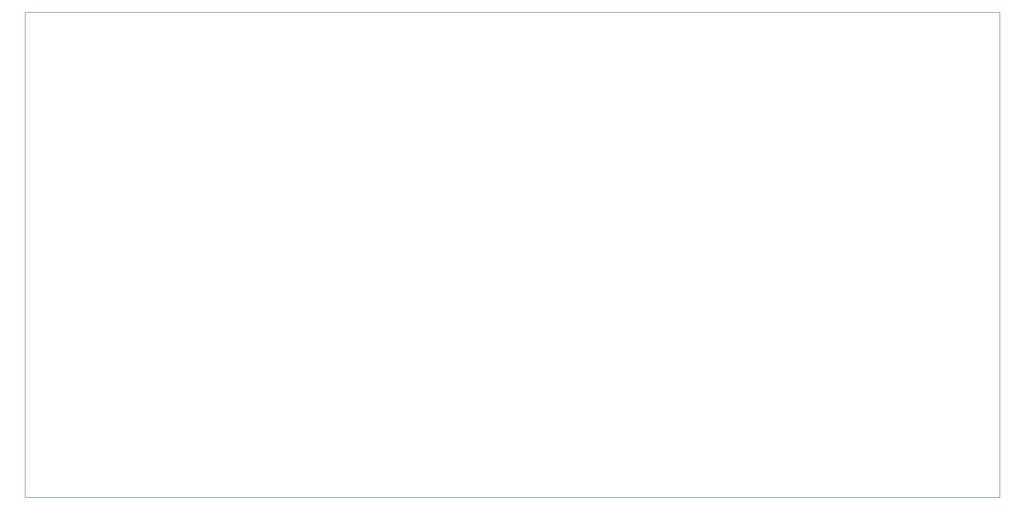
<source format=gbr>
%TF.GenerationSoftware,KiCad,Pcbnew,7.0.8*%
%TF.CreationDate,2023-10-07T19:29:42-07:00*%
%TF.ProjectId,nixie3,6e697869-6533-42e6-9b69-6361645f7063,rev?*%
%TF.SameCoordinates,Original*%
%TF.FileFunction,Profile,NP*%
%FSLAX46Y46*%
G04 Gerber Fmt 4.6, Leading zero omitted, Abs format (unit mm)*
G04 Created by KiCad (PCBNEW 7.0.8) date 2023-10-07 19:29:42*
%MOMM*%
%LPD*%
G01*
G04 APERTURE LIST*
%TA.AperFunction,Profile*%
%ADD10C,0.100000*%
%TD*%
G04 APERTURE END LIST*
D10*
X38735000Y-34925000D02*
X194310000Y-34925000D01*
X194310000Y-112395000D01*
X38735000Y-112395000D01*
X38735000Y-34925000D01*
M02*

</source>
